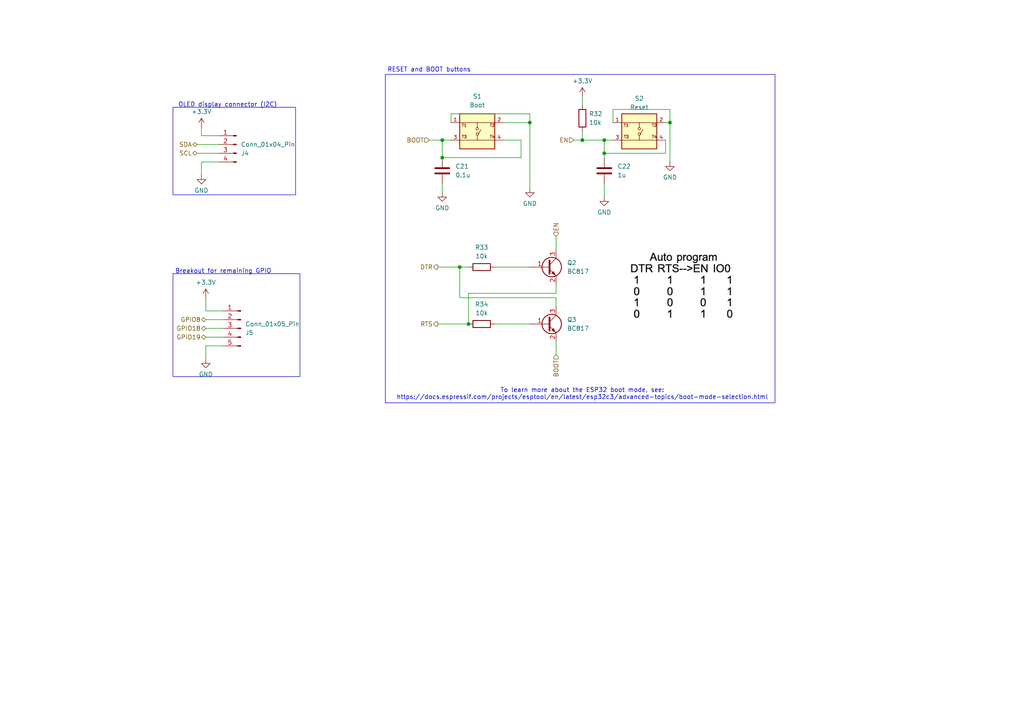
<source format=kicad_sch>
(kicad_sch (version 20250114) (generator "eeschema") (generator_version "9.0")
  (paper "A4")
  (title_block (rev "1"))
  (lib_symbols
    (symbol "Connector:Conn_01x04_Pin" (pin_names (offset 1.016) (hide yes))
      (property "Reference" "J" (at 0 5.08 0))
      (property "Value" "Conn_01x04_Pin" (at 0 -7.62 0))
      (symbol "Conn_01x04_Pin_1_1"
        (rectangle (start 0.8636 2.667) (end 0 2.413) (stroke (width 0.1524)) (fill (type outline)))
        (rectangle (start 0.8636 0.127) (end 0 -0.127) (stroke (width 0.1524)) (fill (type outline)))
        (rectangle (start 0.8636 -2.413) (end 0 -2.667) (stroke (width 0.1524)) (fill (type outline)))
        (rectangle (start 0.8636 -4.953) (end 0 -5.207) (stroke (width 0.1524)) (fill (type outline)))
        (polyline (pts (xy 1.27 2.54) (xy 0.8636 2.54)) (stroke (width 0.1524)))
        (polyline (pts (xy 1.27 0) (xy 0.8636 0)) (stroke (width 0.1524)))
        (polyline (pts (xy 1.27 -2.54) (xy 0.8636 -2.54)) (stroke (width 0.1524)))
        (polyline (pts (xy 1.27 -5.08) (xy 0.8636 -5.08)) (stroke (width 0.1524)))
        (pin passive line (at 5.08 2.54 180) (length 3.81) (name "Pin_1") (number "1"))
        (pin passive line (at 5.08 0 180) (length 3.81) (name "Pin_2") (number "2"))
        (pin passive line (at 5.08 -2.54 180) (length 3.81) (name "Pin_3") (number "3"))
        (pin passive line (at 5.08 -5.08 180) (length 3.81) (name "Pin_4") (number "4"))
      )
    )
    (symbol "Connector:Conn_01x05_Pin" (pin_names (offset 1.016) (hide yes))
      (property "Reference" "J" (at 0 7.62 0))
      (property "Value" "Conn_01x05_Pin" (at 0 -7.62 0))
      (symbol "Conn_01x05_Pin_1_1"
        (rectangle (start 0.8636 5.207) (end 0 4.953) (stroke (width 0.1524)) (fill (type outline)))
        (rectangle (start 0.8636 2.667) (end 0 2.413) (stroke (width 0.1524)) (fill (type outline)))
        (rectangle (start 0.8636 0.127) (end 0 -0.127) (stroke (width 0.1524)) (fill (type outline)))
        (rectangle (start 0.8636 -2.413) (end 0 -2.667) (stroke (width 0.1524)) (fill (type outline)))
        (rectangle (start 0.8636 -4.953) (end 0 -5.207) (stroke (width 0.1524)) (fill (type outline)))
        (polyline (pts (xy 1.27 5.08) (xy 0.8636 5.08)) (stroke (width 0.1524)))
        (polyline (pts (xy 1.27 2.54) (xy 0.8636 2.54)) (stroke (width 0.1524)))
        (polyline (pts (xy 1.27 0) (xy 0.8636 0)) (stroke (width 0.1524)))
        (polyline (pts (xy 1.27 -2.54) (xy 0.8636 -2.54)) (stroke (width 0.1524)))
        (polyline (pts (xy 1.27 -5.08) (xy 0.8636 -5.08)) (stroke (width 0.1524)))
        (pin passive line (at 5.08 5.08 180) (length 3.81) (name "Pin_1") (number "1"))
        (pin passive line (at 5.08 2.54 180) (length 3.81) (name "Pin_2") (number "2"))
        (pin passive line (at 5.08 0 180) (length 3.81) (name "Pin_3") (number "3"))
        (pin passive line (at 5.08 -2.54 180) (length 3.81) (name "Pin_4") (number "4"))
        (pin passive line (at 5.08 -5.08 180) (length 3.81) (name "Pin_5") (number "5"))
      )
    )
    (symbol "Device:C" (pin_numbers (hide yes)) (pin_names (offset 0.254))
      (property "Reference" "C" (at 0.635 2.54 0))
      (property "Value" "C" (at 0.635 -2.54 0))
      (symbol "C_0_1"
        (polyline (pts (xy -2.032 0.762) (xy 2.032 0.762)) (stroke (width 0.508)))
        (polyline (pts (xy -2.032 -0.762) (xy 2.032 -0.762)) (stroke (width 0.508)))
      )
      (symbol "C_1_1"
        (pin passive line (at 0 3.81 270) (length 2.794) (name "~") (number "1"))
        (pin passive line (at 0 -3.81 90) (length 2.794) (name "~") (number "2"))
      )
    )
    (symbol "Device:R" (pin_numbers (hide yes)) (pin_names (offset 0))
      (property "Reference" "R" (at 2.032 0 90))
      (property "Value" "R" (at 0 0 90))
      (symbol "R_0_1"
        (rectangle (start -1.016 -2.54) (end 1.016 2.54) (stroke (width 0.254)))
      )
      (symbol "R_1_1"
        (pin passive line (at 0 3.81 270) (length 1.27) (name "~") (number "1"))
        (pin passive line (at 0 -3.81 90) (length 1.27) (name "~") (number "2"))
      )
    )
    (symbol "Transistor_BJT:BC817" (pin_names (offset 0) (hide yes))
      (property "Reference" "Q" (at 5.08 1.905 0))
      (property "Value" "BC817" (at 5.08 0 0))
      (symbol "BC817_0_1"
        (polyline (pts (xy 0.635 1.905) (xy 0.635 -1.905) (xy 0.635 -1.905)) (stroke (width 0.508)))
        (polyline (pts (xy 0.635 0.635) (xy 2.54 2.54)))
        (polyline (pts (xy 0.635 -0.635) (xy 2.54 -2.54) (xy 2.54 -2.54)))
        (circle (center 1.27 0) (radius 2.8194) (stroke (width 0.254)))
        (polyline (pts (xy 1.27 -1.778) (xy 1.778 -1.27) (xy 2.286 -2.286) (xy 1.27 -1.778) (xy 1.27 -1.778)) (fill (type outline)))
      )
      (symbol "BC817_1_1"
        (pin input line (at -5.08 0 0) (length 5.715) (name "B") (number "1"))
        (pin passive line (at 2.54 5.08 270) (length 2.54) (name "C") (number "3"))
        (pin passive line (at 2.54 -5.08 90) (length 2.54) (name "E") (number "2"))
      )
    )
    (symbol "USLPT2819DT2TR:USLPT2819DT2TR" (pin_names (offset 1.016))
      (property "Reference" "S" (at -5.08 5.08 0))
      (property "Value" "USLPT2819DT2TR" (at -5.08 -7.62 0))
      (symbol "USLPT2819DT2TR_0_0"
        (polyline (pts (xy -5.08 2.54) (xy 0 2.54)) (stroke (width 0.1524)))
        (polyline (pts (xy -5.08 -2.54) (xy 0 -2.54)) (stroke (width 0.1524)))
        (rectangle (start -5.08 -5.08) (end 5.08 5.08) (stroke (width 0.254)) (fill (type background)))
        (polyline (pts (xy 0 2.54) (xy 5.08 2.54)) (stroke (width 0.1524)))
        (polyline (pts (xy 0 1.143) (xy 0 2.54)) (stroke (width 0.1524)))
        (circle (center 0 0.762) (radius 0.3592) (stroke (width 0.1524)))
        (circle (center 0 -0.762) (radius 0.3592) (stroke (width 0.1524)))
        (polyline (pts (xy 0 -2.54) (xy 0 -1.143)) (stroke (width 0.1524)))
        (polyline (pts (xy 0 -2.54) (xy 5.08 -2.54)) (stroke (width 0.1524)))
        (polyline (pts (xy 0.254 -1.016) (xy 1.016 0.508)) (stroke (width 0.1524)))
        (text "T1" (at -4.572 1.27 0) (effects (font (size 0.8128 0.8128)) (justify left bottom)))
        (text "T3" (at -4.572 -2.032 0) (effects (font (size 0.8128 0.8128)) (justify left bottom)))
        (text "T2" (at 3.556 1.27 0) (effects (font (size 0.8128 0.8128)) (justify left bottom)))
        (text "T4" (at 3.556 -2.032 0) (effects (font (size 0.8128 0.8128)) (justify left bottom)))
        (pin passive line (at -7.62 2.54 0) (length 2.54) (name "~") (number "1"))
        (pin passive line (at -7.62 -2.54 0) (length 2.54) (name "~") (number "3"))
        (pin passive line (at 7.62 2.54 180) (length 2.54) (name "~") (number "2"))
        (pin passive line (at 7.62 -2.54 180) (length 2.54) (name "~") (number "4"))
      )
    )
    (symbol "power:+3.3V" (power) (pin_numbers (hide yes)) (pin_names (offset 0) (hide yes))
      (property "Value" "+3.3V" (at 0 3.556 0))
      (symbol "+3.3V_0_1"
        (polyline (pts (xy -0.762 1.27) (xy 0 2.54)))
        (polyline (pts (xy 0 2.54) (xy 0.762 1.27)))
        (polyline (pts (xy 0 0) (xy 0 2.54)))
      )
      (symbol "+3.3V_1_1"
        (pin power_in line (at 0 0 90) (length 0) (name "~") (number "1"))
      )
    )
    (symbol "power:GND" (power) (pin_numbers (hide yes)) (pin_names (offset 0) (hide yes))
      (property "Value" "GND" (at 0 -3.81 0))
      (symbol "GND_0_1"
        (polyline (pts (xy 0 0) (xy 0 -1.27) (xy 1.27 -1.27) (xy 0 -2.54) (xy -1.27 -1.27) (xy 0 -1.27)))
      )
      (symbol "GND_1_1"
        (pin power_in line (at 0 0 270) (length 0) (name "~") (number "1"))
      )
    )
  )
  (rectangle (start 50.165 79.375) (end 86.995 109.22))
  (rectangle (start 50.165 31.115) (end 85.725 56.515))
  (rectangle (start 111.76 21.59) (end 224.79 116.84))
  (text "Breakout for remaining GPIO" (at 64.77 78.74 0) (effects (font (size 1.27 1.27))))
  (text "OLED display connector (I2C)" (at 66.04 30.48 0) (effects (font (size 1.27 1.27))))
  (text "To learn more about the ESP32 boot mode, see:\nhttps://docs.espressif.com/projects/esptool/en/latest/esp32c3/advanced-topics/boot-mode-selection.html" (at 168.91 114.3 0) (effects (font (size 1.27 1.27))))
  (text "RESET and BOOT buttons" (at 124.46 20.32 0) (effects (font (size 1.27 1.27))))
  (junction (at 194.31 35.56))
  (junction (at 175.26 44.45))
  (junction (at 135.89 93.98))
  (junction (at 128.27 45.72))
  (junction (at 153.67 35.56))
  (junction (at 175.26 40.64))
  (junction (at 128.27 40.64))
  (junction (at 168.91 40.64))
  (junction (at 133.35 77.47))
  (wire (pts (xy 153.67 35.56) (xy 153.67 54.61)))
  (wire (pts (xy 130.81 33.02) (xy 153.67 33.02)))
  (wire (pts (xy 177.8 31.75) (xy 194.31 31.75)))
  (wire (pts (xy 57.15 41.91) (xy 63.5 41.91)))
  (wire (pts (xy 151.13 40.64) (xy 151.13 45.72)))
  (wire (pts (xy 168.91 40.64) (xy 168.91 38.1)))
  (wire (pts (xy 57.15 44.45) (xy 63.5 44.45)))
  (wire (pts (xy 128.27 53.34) (xy 128.27 55.88)))
  (wire (pts (xy 151.13 45.72) (xy 128.27 45.72)))
  (wire (pts (xy 161.29 68.58) (xy 161.29 72.39)))
  (wire (pts (xy 59.69 95.25) (xy 64.77 95.25)))
  (wire (pts (xy 161.29 88.9) (xy 161.29 86.36)))
  (wire (pts (xy 127 77.47) (xy 133.35 77.47)))
  (wire (pts (xy 59.69 97.79) (xy 64.77 97.79)))
  (wire (pts (xy 133.35 77.47) (xy 135.89 77.47)))
  (wire (pts (xy 64.77 90.17) (xy 59.69 90.17)))
  (wire (pts (xy 161.29 86.36) (xy 133.35 86.36)))
  (wire (pts (xy 135.89 85.09) (xy 161.29 85.09)))
  (wire (pts (xy 59.69 90.17) (xy 59.69 86.36)))
  (wire (pts (xy 135.89 93.98) (xy 135.89 85.09)))
  (wire (pts (xy 168.91 40.64) (xy 175.26 40.64)))
  (wire (pts (xy 175.26 44.45) (xy 175.26 45.72)))
  (wire (pts (xy 128.27 40.64) (xy 128.27 45.72)))
  (wire (pts (xy 194.31 35.56) (xy 194.31 46.99)))
  (wire (pts (xy 161.29 85.09) (xy 161.29 82.55)))
  (wire (pts (xy 177.8 35.56) (xy 177.8 31.75)))
  (wire (pts (xy 133.35 86.36) (xy 133.35 77.47)))
  (wire (pts (xy 58.42 46.99) (xy 58.42 50.8)))
  (wire (pts (xy 161.29 99.06) (xy 161.29 102.87)))
  (wire (pts (xy 175.26 53.34) (xy 175.26 57.15)))
  (wire (pts (xy 193.04 40.64) (xy 193.04 44.45)))
  (wire (pts (xy 124.46 40.64) (xy 128.27 40.64)))
  (wire (pts (xy 168.91 27.94) (xy 168.91 30.48)))
  (wire (pts (xy 63.5 39.37) (xy 58.42 39.37)))
  (wire (pts (xy 193.04 35.56) (xy 194.31 35.56)))
  (wire (pts (xy 143.51 77.47) (xy 153.67 77.47)))
  (wire (pts (xy 194.31 31.75) (xy 194.31 35.56)))
  (wire (pts (xy 166.37 40.64) (xy 168.91 40.64)))
  (wire (pts (xy 59.69 92.71) (xy 64.77 92.71)))
  (wire (pts (xy 193.04 44.45) (xy 175.26 44.45)))
  (wire (pts (xy 175.26 40.64) (xy 177.8 40.64)))
  (wire (pts (xy 143.51 93.98) (xy 153.67 93.98)))
  (wire (pts (xy 127 93.98) (xy 135.89 93.98)))
  (wire (pts (xy 63.5 46.99) (xy 58.42 46.99)))
  (wire (pts (xy 130.81 40.64) (xy 128.27 40.64)))
  (wire (pts (xy 58.42 39.37) (xy 58.42 36.83)))
  (wire (pts (xy 59.69 100.33) (xy 59.69 104.14)))
  (wire (pts (xy 153.67 33.02) (xy 153.67 35.56)))
  (wire (pts (xy 175.26 40.64) (xy 175.26 44.45)))
  (wire (pts (xy 146.05 40.64) (xy 151.13 40.64)))
  (wire (pts (xy 64.77 100.33) (xy 59.69 100.33)))
  (wire (pts (xy 146.05 35.56) (xy 153.67 35.56)))
  (wire (pts (xy 130.81 35.56) (xy 130.81 33.02)))
  (image (at 197.485 83.185) (scale 0.715733))
  (hierarchical_label "EN" (shape input) (at 161.29 68.58 90))
  (hierarchical_label "GPIO18" (shape bidirectional) (at 59.69 95.25 180))
  (hierarchical_label "SCL" (shape bidirectional) (at 57.15 44.45 180))
  (hierarchical_label "BOOT" (shape input) (at 161.29 102.87 270))
  (hierarchical_label "SDA" (shape bidirectional) (at 57.15 41.91 180))
  (hierarchical_label "DTR" (shape output) (at 127 77.47 180))
  (hierarchical_label "GPIO8" (shape bidirectional) (at 59.69 92.71 180))
  (hierarchical_label "BOOT" (shape input) (at 124.46 40.64 180))
  (hierarchical_label "RTS" (shape output) (at 127 93.98 180))
  (hierarchical_label "GPIO19" (shape bidirectional) (at 59.69 97.79 180))
  (hierarchical_label "EN" (shape input) (at 166.37 40.64 180))
  (symbol (lib_id "Connector:Conn_01x05_Pin") (at 69.85 95.25 0) (mirror y) (unit 1)
    (property "Reference" "J5" (at 71.12 96.5201 0) (effects (justify right)))
    (property "Value" "Conn_01x05_Pin" (at 71.12 93.9801 0) (effects (justify right)))
    (property "Footprint" "Connector_PinHeader_2.54mm:PinHeader_1x05_P2.54mm_Vertical" (effects (hide yes)))
    (property "Description" "Generic connector, single row, 01x05, script generated" (effects (hide yes)))
  )
  (symbol (lib_id "power:GND") (at 128.27 55.88 0) (unit 1)
    (property "Reference" "#PWR052" (effects (hide yes)))
    (property "Value" "GND" (at 128.27 60.325 0))
    (property "Description" "Power symbol creates a global label with name \"GND\" , ground" (effects (hide yes)))
  )
  (symbol (lib_id "power:+3.3V") (at 59.69 86.36 0) (unit 1)
    (property "Reference" "#PWR050" (effects (hide yes)))
    (property "Value" "+3.3V" (at 59.69 81.915 0))
    (property "Description" "Power symbol creates a global label with name \"+3.3V\"" (effects (hide yes)))
  )
  (symbol (lib_id "Device:R") (at 168.91 34.29 0) (unit 1)
    (property "Reference" "R32" (at 170.815 33.0199 0) (effects (justify left)))
    (property "Value" "10k" (at 170.815 35.5599 0) (effects (justify left)))
    (property "Footprint" "Resistor_SMD:R_0805_2012Metric" (effects (hide yes)))
    (property "Description" "Resistor" (effects (hide yes)))
  )
  (symbol (lib_id "Device:C") (at 175.26 49.53 0) (unit 1)
    (property "Reference" "C22" (at 179.07 48.2599 0) (effects (justify left)))
    (property "Value" "1u" (at 179.07 50.7999 0) (effects (justify left)))
    (property "Footprint" "Capacitor_SMD:C_0805_2012Metric" (effects (hide yes)))
    (property "Description" "Unpolarized capacitor" (effects (hide yes)))
  )
  (symbol (lib_id "Connector:Conn_01x04_Pin") (at 68.58 41.91 0) (mirror y) (unit 1)
    (property "Reference" "J4" (at 69.85 44.4501 0) (effects (justify right)))
    (property "Value" "Conn_01x04_Pin" (at 69.85 41.9101 0) (effects (justify right)))
    (property "Footprint" "Connector_PinHeader_2.54mm:PinHeader_1x04_P2.54mm_Vertical" (effects (hide yes)))
    (property "Description" "Generic connector, single row, 01x04, script generated" (effects (hide yes)))
  )
  (symbol (lib_id "power:GND") (at 175.26 57.15 0) (unit 1)
    (property "Reference" "#PWR055" (effects (hide yes)))
    (property "Value" "GND" (at 175.26 61.595 0))
    (property "Description" "Power symbol creates a global label with name \"GND\" , ground" (effects (hide yes)))
  )
  (symbol (lib_id "power:GND") (at 59.69 104.14 0) (unit 1)
    (property "Reference" "#PWR051" (effects (hide yes)))
    (property "Value" "GND" (at 59.69 108.585 0))
    (property "Description" "Power symbol creates a global label with name \"GND\" , ground" (effects (hide yes)))
  )
  (symbol (lib_id "USLPT2819DT2TR:USLPT2819DT2TR") (at 138.43 38.1 0) (unit 1)
    (property "Reference" "S1" (at 138.43 27.94 0))
    (property "Value" "Boot" (at 138.43 30.48 0))
    (property "Footprint" "Peter Board Footprints:SW_USLPT2819DT2TR" (effects (hide yes)))
    (property "Description" "Boot" (effects (hide yes)))
    (property "MF" "TE Connectivity" (effects (hide yes)))
    (property "Description_1" "Tactile Switch SPST-NO Top Actuated Surface Mount" (effects (hide yes)))
    (property "Package" "None" (effects (hide yes)))
    (property "Price" "None" (effects (hide yes)))
    (property "Check_prices" "https://www.snapeda.com/parts/USLPT2819DT2TR/TE+Connectivity+ALCOSWITCH+Switches/view-part/?ref=eda" (effects (hide yes)))
    (property "STANDARD" "Manufacturer Recommendations" (effects (hide yes)))
    (property "PARTREV" "P" (effects (hide yes)))
    (property "SnapEDA_Link" "https://www.snapeda.com/parts/USLPT2819DT2TR/TE+Connectivity+ALCOSWITCH+Switches/view-part/?ref=snap" (effects (hide yes)))
    (property "MP" "USLPT2819DT2TR" (effects (hide yes)))
    (property "Availability" "In Stock" (effects (hide yes)))
    (property "MANUFACTURER" "TE CONNECTIVITY" (effects (hide yes)))
  )
  (symbol (lib_id "power:GND") (at 58.42 50.8 0) (unit 1)
    (property "Reference" "#PWR049" (effects (hide yes)))
    (property "Value" "GND" (at 58.42 55.245 0))
    (property "Description" "Power symbol creates a global label with name \"GND\" , ground" (effects (hide yes)))
  )
  (symbol (lib_id "power:+3.3V") (at 168.91 27.94 0) (unit 1)
    (property "Reference" "#PWR056" (effects (hide yes)))
    (property "Value" "+3.3V" (at 168.91 23.495 0))
    (property "Description" "Power symbol creates a global label with name \"+3.3V\"" (effects (hide yes)))
  )
  (symbol (lib_id "Device:R") (at 139.7 93.98 90) (unit 1)
    (property "Reference" "R34" (at 139.7 88.265 90))
    (property "Value" "10k" (at 139.7 90.805 90))
    (property "Footprint" "Resistor_SMD:R_0805_2012Metric" (effects (hide yes)))
    (property "Description" "Resistor" (effects (hide yes)))
  )
  (symbol (lib_id "Transistor_BJT:BC817") (at 158.75 77.47 0) (unit 1)
    (property "Reference" "Q2" (at 164.465 76.1999 0) (effects (justify left)))
    (property "Value" "BC817" (at 164.465 78.7399 0) (effects (justify left)))
    (property "Footprint" "Package_TO_SOT_SMD:SOT-23" (effects (hide yes)))
    (property "Datasheet" "https://www.onsemi.com/pub/Collateral/BC818-D.pdf" (effects (hide yes)))
    (property "Description" "0.8A Ic, 45V Vce, NPN Transistor, SOT-23" (effects (hide yes)))
  )
  (symbol (lib_id "Device:C") (at 128.27 49.53 0) (unit 1)
    (property "Reference" "C21" (at 132.08 48.2599 0) (effects (justify left)))
    (property "Value" "0.1u" (at 132.08 50.7999 0) (effects (justify left)))
    (property "Footprint" "Capacitor_SMD:C_0805_2012Metric" (effects (hide yes)))
    (property "Description" "Unpolarized capacitor" (effects (hide yes)))
  )
  (symbol (lib_id "Transistor_BJT:BC817") (at 158.75 93.98 0) (unit 1)
    (property "Reference" "Q3" (at 164.465 92.7099 0) (effects (justify left)))
    (property "Value" "BC817" (at 164.465 95.2499 0) (effects (justify left)))
    (property "Footprint" "Package_TO_SOT_SMD:SOT-23" (effects (hide yes)))
    (property "Datasheet" "https://www.onsemi.com/pub/Collateral/BC818-D.pdf" (effects (hide yes)))
    (property "Description" "0.8A Ic, 45V Vce, NPN Transistor, SOT-23" (effects (hide yes)))
  )
  (symbol (lib_id "power:GND") (at 194.31 46.99 0) (unit 1)
    (property "Reference" "#PWR054" (effects (hide yes)))
    (property "Value" "GND" (at 194.31 51.435 0))
    (property "Description" "Power symbol creates a global label with name \"GND\" , ground" (effects (hide yes)))
  )
  (symbol (lib_id "USLPT2819DT2TR:USLPT2819DT2TR") (at 185.42 38.1 0) (unit 1)
    (property "Reference" "S2" (at 185.42 28.575 0))
    (property "Value" "Reset" (at 185.42 31.115 0))
    (property "Footprint" "Peter Board Footprints:SW_USLPT2819DT2TR" (effects (hide yes)))
    (property "MF" "TE Connectivity" (effects (hide yes)))
    (property "Description_1" "Tactile Switch SPST-NO Top Actuated Surface Mount" (effects (hide yes)))
    (property "Package" "None" (effects (hide yes)))
    (property "Price" "None" (effects (hide yes)))
    (property "Check_prices" "https://www.snapeda.com/parts/USLPT2819DT2TR/TE+Connectivity+ALCOSWITCH+Switches/view-part/?ref=eda" (effects (hide yes)))
    (property "STANDARD" "Manufacturer Recommendations" (effects (hide yes)))
    (property "PARTREV" "P" (effects (hide yes)))
    (property "SnapEDA_Link" "https://www.snapeda.com/parts/USLPT2819DT2TR/TE+Connectivity+ALCOSWITCH+Switches/view-part/?ref=snap" (effects (hide yes)))
    (property "MP" "USLPT2819DT2TR" (effects (hide yes)))
    (property "Availability" "In Stock" (effects (hide yes)))
    (property "MANUFACTURER" "TE CONNECTIVITY" (effects (hide yes)))
  )
  (symbol (lib_id "power:GND") (at 153.67 54.61 0) (unit 1)
    (property "Reference" "#PWR053" (effects (hide yes)))
    (property "Value" "GND" (at 153.67 59.055 0))
    (property "Description" "Power symbol creates a global label with name \"GND\" , ground" (effects (hide yes)))
  )
  (symbol (lib_id "power:+3.3V") (at 58.42 36.83 0) (unit 1)
    (property "Reference" "#PWR048" (effects (hide yes)))
    (property "Value" "+3.3V" (at 58.42 32.385 0))
    (property "Description" "Power symbol creates a global label with name \"+3.3V\"" (effects (hide yes)))
  )
  (symbol (lib_id "Device:R") (at 139.7 77.47 90) (unit 1)
    (property "Reference" "R33" (at 139.7 71.755 90))
    (property "Value" "10k" (at 139.7 74.295 90))
    (property "Footprint" "Resistor_SMD:R_0805_2012Metric" (effects (hide yes)))
    (property "Description" "Resistor" (effects (hide yes)))
  )
)
</source>
